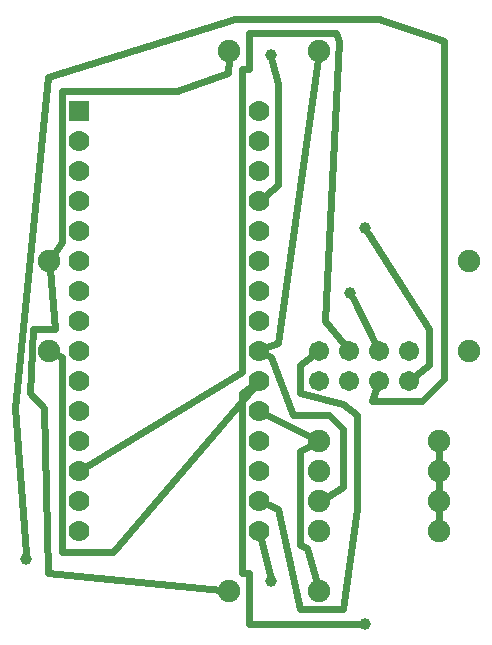
<source format=gbl>
G04 MADE WITH FRITZING*
G04 WWW.FRITZING.ORG*
G04 DOUBLE SIDED*
G04 HOLES PLATED*
G04 CONTOUR ON CENTER OF CONTOUR VECTOR*
%ASAXBY*%
%FSLAX23Y23*%
%MOIN*%
%OFA0B0*%
%SFA1.0B1.0*%
%ADD10C,0.070000*%
%ADD11C,0.067278*%
%ADD12C,0.075000*%
%ADD13C,0.039370*%
%ADD14R,0.069972X0.070000*%
%ADD15C,0.024000*%
%LNCOPPER0*%
G90*
G70*
G54D10*
X285Y1762D03*
X285Y1662D03*
X285Y1562D03*
X285Y1462D03*
X285Y1362D03*
X285Y1262D03*
X285Y1162D03*
X285Y1062D03*
X285Y962D03*
X285Y862D03*
X285Y762D03*
X285Y662D03*
X285Y562D03*
X285Y462D03*
X285Y362D03*
X885Y1762D03*
X885Y1662D03*
X885Y1562D03*
X885Y1462D03*
X885Y1362D03*
X885Y1262D03*
X885Y1162D03*
X885Y1062D03*
X885Y962D03*
X885Y862D03*
X885Y762D03*
X885Y662D03*
X885Y562D03*
X885Y462D03*
X885Y362D03*
G54D11*
X1085Y962D03*
X1185Y962D03*
X1285Y962D03*
X1385Y962D03*
X1085Y862D03*
X1185Y862D03*
X1285Y862D03*
X1385Y862D03*
G54D12*
X785Y1962D03*
X1085Y1962D03*
X1585Y1262D03*
X1585Y962D03*
X185Y1262D03*
X185Y962D03*
X785Y162D03*
X1085Y162D03*
X1085Y362D03*
X1485Y362D03*
X1085Y462D03*
X1485Y462D03*
X1085Y662D03*
X1485Y662D03*
X1085Y562D03*
X1485Y562D03*
G54D13*
X1236Y52D03*
X1188Y1156D03*
X924Y1948D03*
X1236Y1372D03*
X924Y196D03*
X108Y268D03*
G54D14*
X285Y1762D03*
G54D15*
X911Y749D02*
X1059Y675D01*
D02*
X1077Y189D02*
X1044Y304D01*
X1044Y304D02*
X1020Y316D01*
X1020Y316D02*
X1020Y628D01*
X1020Y628D02*
X1060Y649D01*
D02*
X910Y948D02*
X924Y940D01*
X924Y940D02*
X996Y748D01*
X996Y748D02*
X1116Y748D01*
X1116Y748D02*
X1164Y700D01*
X1164Y700D02*
X1164Y508D01*
X1164Y508D02*
X1110Y476D01*
D02*
X1081Y1934D02*
X948Y988D01*
X948Y988D02*
X912Y973D01*
D02*
X912Y451D02*
X948Y436D01*
X948Y436D02*
X1020Y100D01*
X1020Y100D02*
X1164Y100D01*
X1164Y100D02*
X1212Y436D01*
X1212Y436D02*
X1212Y748D01*
X1212Y748D02*
X1164Y784D01*
X1164Y784D02*
X1020Y820D01*
X1020Y820D02*
X1020Y916D01*
X1020Y916D02*
X1062Y946D01*
D02*
X1485Y433D02*
X1485Y391D01*
D02*
X1485Y533D02*
X1485Y491D01*
D02*
X1485Y633D02*
X1485Y591D01*
D02*
X1217Y52D02*
X852Y52D01*
X852Y52D02*
X852Y220D01*
X852Y220D02*
X828Y220D01*
X828Y220D02*
X828Y820D01*
X828Y820D02*
X861Y845D01*
D02*
X210Y949D02*
X228Y940D01*
X228Y940D02*
X228Y292D01*
X228Y292D02*
X396Y292D01*
X396Y292D02*
X866Y840D01*
D02*
X310Y577D02*
X828Y892D01*
X828Y892D02*
X828Y1900D01*
X828Y1900D02*
X852Y1900D01*
X852Y1900D02*
X852Y2020D01*
X852Y2020D02*
X1140Y2020D01*
X1140Y2020D02*
X1152Y1996D01*
X1152Y1996D02*
X1104Y1060D01*
X1104Y1060D02*
X1167Y984D01*
D02*
X1196Y1139D02*
X1272Y987D01*
D02*
X929Y1929D02*
X948Y1852D01*
X948Y1852D02*
X948Y1516D01*
X948Y1516D02*
X907Y1481D01*
D02*
X201Y1285D02*
X228Y1324D01*
X228Y1324D02*
X228Y1828D01*
X228Y1828D02*
X612Y1828D01*
X612Y1828D02*
X780Y1888D01*
X780Y1888D02*
X783Y1933D01*
D02*
X756Y165D02*
X180Y220D01*
X180Y220D02*
X168Y772D01*
X168Y772D02*
X120Y820D01*
X120Y820D02*
X132Y1036D01*
X132Y1036D02*
X204Y1036D01*
X204Y1036D02*
X187Y1233D01*
D02*
X1246Y1356D02*
X1452Y1036D01*
X1452Y1036D02*
X1452Y916D01*
X1452Y916D02*
X1407Y880D01*
D02*
X892Y334D02*
X920Y214D01*
D02*
X107Y287D02*
X72Y772D01*
X72Y772D02*
X180Y1876D01*
X180Y1876D02*
X804Y2068D01*
X804Y2068D02*
X1284Y2068D01*
X1284Y2068D02*
X1500Y1996D01*
X1500Y1996D02*
X1500Y868D01*
X1500Y868D02*
X1428Y796D01*
X1428Y796D02*
X1260Y796D01*
X1260Y796D02*
X1275Y836D01*
G04 End of Copper0*
M02*
</source>
